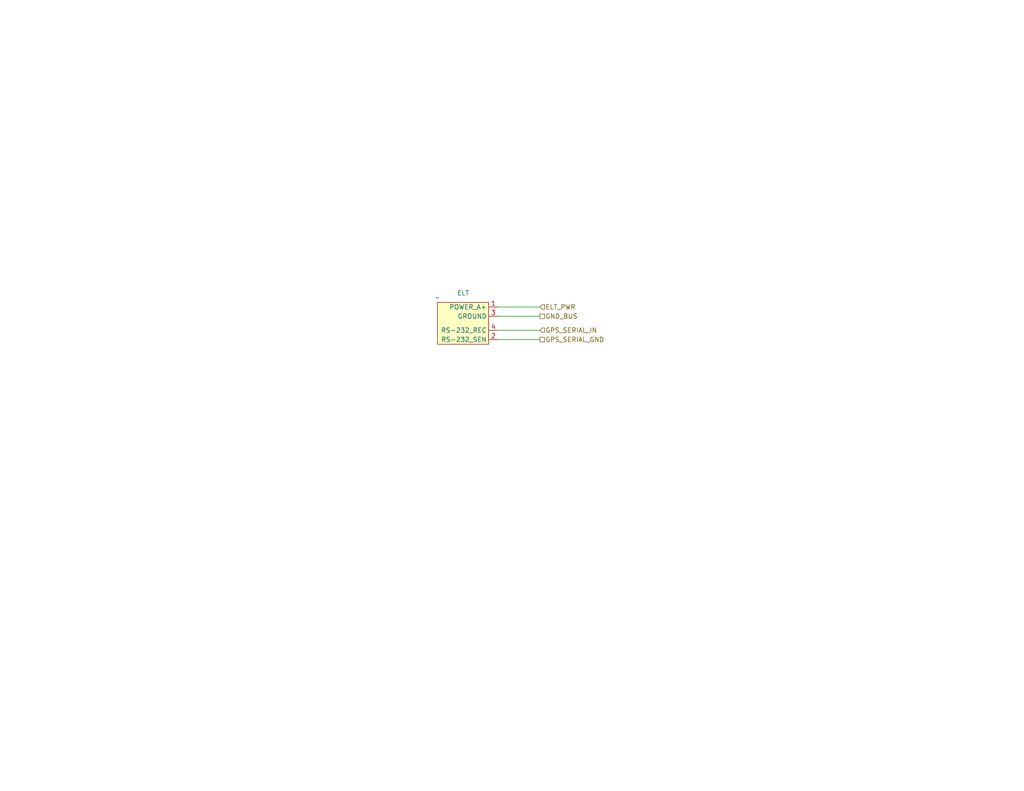
<source format=kicad_sch>
(kicad_sch (version 20250114) (generator "eeschema") (generator_version "9.0")
  (paper "USLetter")
  (title_block (title "Miscellaneous") (date "2024-05-07") (rev "1.0") (company "N877RV"))
  (lib_symbols
    (symbol "flyerx:ACK_E-04"
      (property "Reference" "ELT" (at 2.54 1.27 0))
      (symbol "ACK_E-04_1_1"
        (rectangle (start 0 0) (end 13.97 -11.43) (fill (type background)))
        (pin power_in line (at 16.51 -1.27 180) (length 2.54) (name "POWER_A+") (number "1"))
        (pin passive line (at 16.51 -3.81 180) (length 2.54) (name "GROUND") (number "3"))
        (pin input line (at 16.51 -7.62 180) (length 2.54) (name "RS-232_REC") (number "4"))
        (pin output line (at 16.51 -10.16 180) (length 2.54) (name "RS-232_SEN") (number "2"))
      )
    )
  )
  (wire (pts (xy 135.89 92.71) (xy 147.32 92.71)))
  (wire (pts (xy 135.89 86.36) (xy 147.32 86.36)))
  (wire (pts (xy 135.89 83.82) (xy 147.32 83.82)))
  (wire (pts (xy 135.89 90.17) (xy 147.32 90.17)))
  (hierarchical_label "GPS_SERIAL_GND" (shape passive) (at 147.32 92.71 0))
  (hierarchical_label "GND_BUS" (shape passive) (at 147.32 86.36 0))
  (hierarchical_label "GPS_SERIAL_IN" (shape input) (at 147.32 90.17 0))
  (hierarchical_label "ELT_PWR" (shape input) (at 147.32 83.82 0))
  (symbol (lib_id "flyerx:ACK_E-04") (at 119.38 82.55 0) (unit 1)
    (property "Reference" "ELT" (at 126.365 80.01 0))
    (property "Value" "~" (at 119.38 81.28 0))
  )
)
</source>
